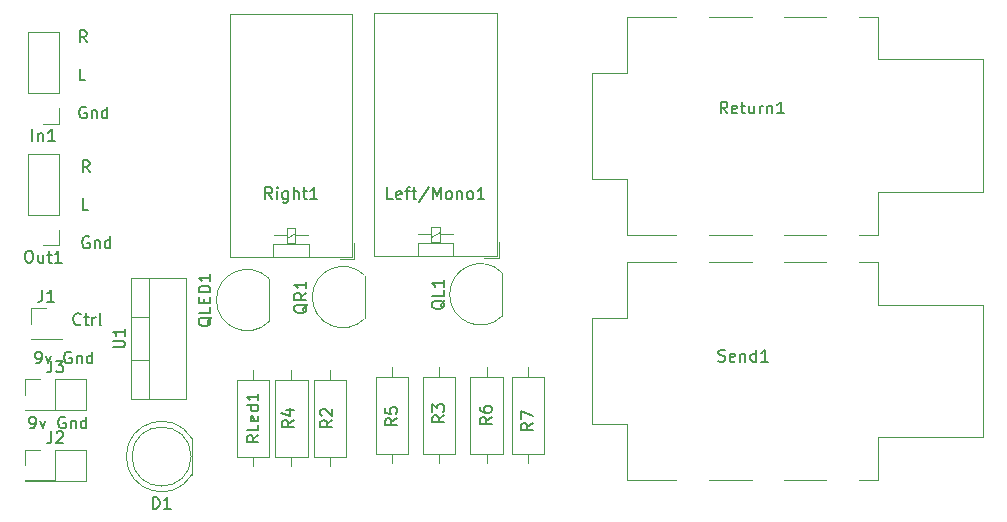
<source format=gbr>
%TF.GenerationSoftware,KiCad,Pcbnew,7.0.9*%
%TF.CreationDate,2023-12-28T11:44:19-05:00*%
%TF.ProjectId,PedalboardMain,50656461-6c62-46f6-9172-644d61696e2e,rev?*%
%TF.SameCoordinates,Original*%
%TF.FileFunction,Legend,Top*%
%TF.FilePolarity,Positive*%
%FSLAX46Y46*%
G04 Gerber Fmt 4.6, Leading zero omitted, Abs format (unit mm)*
G04 Created by KiCad (PCBNEW 7.0.9) date 2023-12-28 11:44:19*
%MOMM*%
%LPD*%
G01*
G04 APERTURE LIST*
%ADD10C,0.150000*%
%ADD11C,0.120000*%
G04 APERTURE END LIST*
D10*
X113884398Y-108619819D02*
X114074874Y-108619819D01*
X114074874Y-108619819D02*
X114170112Y-108572200D01*
X114170112Y-108572200D02*
X114217731Y-108524580D01*
X114217731Y-108524580D02*
X114312969Y-108381723D01*
X114312969Y-108381723D02*
X114360588Y-108191247D01*
X114360588Y-108191247D02*
X114360588Y-107810295D01*
X114360588Y-107810295D02*
X114312969Y-107715057D01*
X114312969Y-107715057D02*
X114265350Y-107667438D01*
X114265350Y-107667438D02*
X114170112Y-107619819D01*
X114170112Y-107619819D02*
X113979636Y-107619819D01*
X113979636Y-107619819D02*
X113884398Y-107667438D01*
X113884398Y-107667438D02*
X113836779Y-107715057D01*
X113836779Y-107715057D02*
X113789160Y-107810295D01*
X113789160Y-107810295D02*
X113789160Y-108048390D01*
X113789160Y-108048390D02*
X113836779Y-108143628D01*
X113836779Y-108143628D02*
X113884398Y-108191247D01*
X113884398Y-108191247D02*
X113979636Y-108238866D01*
X113979636Y-108238866D02*
X114170112Y-108238866D01*
X114170112Y-108238866D02*
X114265350Y-108191247D01*
X114265350Y-108191247D02*
X114312969Y-108143628D01*
X114312969Y-108143628D02*
X114360588Y-108048390D01*
X114693922Y-107953152D02*
X114932017Y-108619819D01*
X114932017Y-108619819D02*
X115170112Y-107953152D01*
X116836779Y-107667438D02*
X116741541Y-107619819D01*
X116741541Y-107619819D02*
X116598684Y-107619819D01*
X116598684Y-107619819D02*
X116455827Y-107667438D01*
X116455827Y-107667438D02*
X116360589Y-107762676D01*
X116360589Y-107762676D02*
X116312970Y-107857914D01*
X116312970Y-107857914D02*
X116265351Y-108048390D01*
X116265351Y-108048390D02*
X116265351Y-108191247D01*
X116265351Y-108191247D02*
X116312970Y-108381723D01*
X116312970Y-108381723D02*
X116360589Y-108476961D01*
X116360589Y-108476961D02*
X116455827Y-108572200D01*
X116455827Y-108572200D02*
X116598684Y-108619819D01*
X116598684Y-108619819D02*
X116693922Y-108619819D01*
X116693922Y-108619819D02*
X116836779Y-108572200D01*
X116836779Y-108572200D02*
X116884398Y-108524580D01*
X116884398Y-108524580D02*
X116884398Y-108191247D01*
X116884398Y-108191247D02*
X116693922Y-108191247D01*
X117312970Y-107953152D02*
X117312970Y-108619819D01*
X117312970Y-108048390D02*
X117360589Y-108000771D01*
X117360589Y-108000771D02*
X117455827Y-107953152D01*
X117455827Y-107953152D02*
X117598684Y-107953152D01*
X117598684Y-107953152D02*
X117693922Y-108000771D01*
X117693922Y-108000771D02*
X117741541Y-108096009D01*
X117741541Y-108096009D02*
X117741541Y-108619819D01*
X118646303Y-108619819D02*
X118646303Y-107619819D01*
X118646303Y-108572200D02*
X118551065Y-108619819D01*
X118551065Y-108619819D02*
X118360589Y-108619819D01*
X118360589Y-108619819D02*
X118265351Y-108572200D01*
X118265351Y-108572200D02*
X118217732Y-108524580D01*
X118217732Y-108524580D02*
X118170113Y-108429342D01*
X118170113Y-108429342D02*
X118170113Y-108143628D01*
X118170113Y-108143628D02*
X118217732Y-108048390D01*
X118217732Y-108048390D02*
X118265351Y-108000771D01*
X118265351Y-108000771D02*
X118360589Y-107953152D01*
X118360589Y-107953152D02*
X118551065Y-107953152D01*
X118551065Y-107953152D02*
X118646303Y-108000771D01*
X118158207Y-81429819D02*
X117824874Y-80953628D01*
X117586779Y-81429819D02*
X117586779Y-80429819D01*
X117586779Y-80429819D02*
X117967731Y-80429819D01*
X117967731Y-80429819D02*
X118062969Y-80477438D01*
X118062969Y-80477438D02*
X118110588Y-80525057D01*
X118110588Y-80525057D02*
X118158207Y-80620295D01*
X118158207Y-80620295D02*
X118158207Y-80763152D01*
X118158207Y-80763152D02*
X118110588Y-80858390D01*
X118110588Y-80858390D02*
X118062969Y-80906009D01*
X118062969Y-80906009D02*
X117967731Y-80953628D01*
X117967731Y-80953628D02*
X117586779Y-80953628D01*
X118062969Y-84649819D02*
X117586779Y-84649819D01*
X117586779Y-84649819D02*
X117586779Y-83649819D01*
X118110588Y-86917438D02*
X118015350Y-86869819D01*
X118015350Y-86869819D02*
X117872493Y-86869819D01*
X117872493Y-86869819D02*
X117729636Y-86917438D01*
X117729636Y-86917438D02*
X117634398Y-87012676D01*
X117634398Y-87012676D02*
X117586779Y-87107914D01*
X117586779Y-87107914D02*
X117539160Y-87298390D01*
X117539160Y-87298390D02*
X117539160Y-87441247D01*
X117539160Y-87441247D02*
X117586779Y-87631723D01*
X117586779Y-87631723D02*
X117634398Y-87726961D01*
X117634398Y-87726961D02*
X117729636Y-87822200D01*
X117729636Y-87822200D02*
X117872493Y-87869819D01*
X117872493Y-87869819D02*
X117967731Y-87869819D01*
X117967731Y-87869819D02*
X118110588Y-87822200D01*
X118110588Y-87822200D02*
X118158207Y-87774580D01*
X118158207Y-87774580D02*
X118158207Y-87441247D01*
X118158207Y-87441247D02*
X117967731Y-87441247D01*
X118586779Y-87203152D02*
X118586779Y-87869819D01*
X118586779Y-87298390D02*
X118634398Y-87250771D01*
X118634398Y-87250771D02*
X118729636Y-87203152D01*
X118729636Y-87203152D02*
X118872493Y-87203152D01*
X118872493Y-87203152D02*
X118967731Y-87250771D01*
X118967731Y-87250771D02*
X119015350Y-87346009D01*
X119015350Y-87346009D02*
X119015350Y-87869819D01*
X119920112Y-87869819D02*
X119920112Y-86869819D01*
X119920112Y-87822200D02*
X119824874Y-87869819D01*
X119824874Y-87869819D02*
X119634398Y-87869819D01*
X119634398Y-87869819D02*
X119539160Y-87822200D01*
X119539160Y-87822200D02*
X119491541Y-87774580D01*
X119491541Y-87774580D02*
X119443922Y-87679342D01*
X119443922Y-87679342D02*
X119443922Y-87393628D01*
X119443922Y-87393628D02*
X119491541Y-87298390D01*
X119491541Y-87298390D02*
X119539160Y-87250771D01*
X119539160Y-87250771D02*
X119634398Y-87203152D01*
X119634398Y-87203152D02*
X119824874Y-87203152D01*
X119824874Y-87203152D02*
X119920112Y-87250771D01*
X113384398Y-114119819D02*
X113574874Y-114119819D01*
X113574874Y-114119819D02*
X113670112Y-114072200D01*
X113670112Y-114072200D02*
X113717731Y-114024580D01*
X113717731Y-114024580D02*
X113812969Y-113881723D01*
X113812969Y-113881723D02*
X113860588Y-113691247D01*
X113860588Y-113691247D02*
X113860588Y-113310295D01*
X113860588Y-113310295D02*
X113812969Y-113215057D01*
X113812969Y-113215057D02*
X113765350Y-113167438D01*
X113765350Y-113167438D02*
X113670112Y-113119819D01*
X113670112Y-113119819D02*
X113479636Y-113119819D01*
X113479636Y-113119819D02*
X113384398Y-113167438D01*
X113384398Y-113167438D02*
X113336779Y-113215057D01*
X113336779Y-113215057D02*
X113289160Y-113310295D01*
X113289160Y-113310295D02*
X113289160Y-113548390D01*
X113289160Y-113548390D02*
X113336779Y-113643628D01*
X113336779Y-113643628D02*
X113384398Y-113691247D01*
X113384398Y-113691247D02*
X113479636Y-113738866D01*
X113479636Y-113738866D02*
X113670112Y-113738866D01*
X113670112Y-113738866D02*
X113765350Y-113691247D01*
X113765350Y-113691247D02*
X113812969Y-113643628D01*
X113812969Y-113643628D02*
X113860588Y-113548390D01*
X114193922Y-113453152D02*
X114432017Y-114119819D01*
X114432017Y-114119819D02*
X114670112Y-113453152D01*
X116336779Y-113167438D02*
X116241541Y-113119819D01*
X116241541Y-113119819D02*
X116098684Y-113119819D01*
X116098684Y-113119819D02*
X115955827Y-113167438D01*
X115955827Y-113167438D02*
X115860589Y-113262676D01*
X115860589Y-113262676D02*
X115812970Y-113357914D01*
X115812970Y-113357914D02*
X115765351Y-113548390D01*
X115765351Y-113548390D02*
X115765351Y-113691247D01*
X115765351Y-113691247D02*
X115812970Y-113881723D01*
X115812970Y-113881723D02*
X115860589Y-113976961D01*
X115860589Y-113976961D02*
X115955827Y-114072200D01*
X115955827Y-114072200D02*
X116098684Y-114119819D01*
X116098684Y-114119819D02*
X116193922Y-114119819D01*
X116193922Y-114119819D02*
X116336779Y-114072200D01*
X116336779Y-114072200D02*
X116384398Y-114024580D01*
X116384398Y-114024580D02*
X116384398Y-113691247D01*
X116384398Y-113691247D02*
X116193922Y-113691247D01*
X116812970Y-113453152D02*
X116812970Y-114119819D01*
X116812970Y-113548390D02*
X116860589Y-113500771D01*
X116860589Y-113500771D02*
X116955827Y-113453152D01*
X116955827Y-113453152D02*
X117098684Y-113453152D01*
X117098684Y-113453152D02*
X117193922Y-113500771D01*
X117193922Y-113500771D02*
X117241541Y-113596009D01*
X117241541Y-113596009D02*
X117241541Y-114119819D01*
X118146303Y-114119819D02*
X118146303Y-113119819D01*
X118146303Y-114072200D02*
X118051065Y-114119819D01*
X118051065Y-114119819D02*
X117860589Y-114119819D01*
X117860589Y-114119819D02*
X117765351Y-114072200D01*
X117765351Y-114072200D02*
X117717732Y-114024580D01*
X117717732Y-114024580D02*
X117670113Y-113929342D01*
X117670113Y-113929342D02*
X117670113Y-113643628D01*
X117670113Y-113643628D02*
X117717732Y-113548390D01*
X117717732Y-113548390D02*
X117765351Y-113500771D01*
X117765351Y-113500771D02*
X117860589Y-113453152D01*
X117860589Y-113453152D02*
X118051065Y-113453152D01*
X118051065Y-113453152D02*
X118146303Y-113500771D01*
X117658207Y-105274580D02*
X117610588Y-105322200D01*
X117610588Y-105322200D02*
X117467731Y-105369819D01*
X117467731Y-105369819D02*
X117372493Y-105369819D01*
X117372493Y-105369819D02*
X117229636Y-105322200D01*
X117229636Y-105322200D02*
X117134398Y-105226961D01*
X117134398Y-105226961D02*
X117086779Y-105131723D01*
X117086779Y-105131723D02*
X117039160Y-104941247D01*
X117039160Y-104941247D02*
X117039160Y-104798390D01*
X117039160Y-104798390D02*
X117086779Y-104607914D01*
X117086779Y-104607914D02*
X117134398Y-104512676D01*
X117134398Y-104512676D02*
X117229636Y-104417438D01*
X117229636Y-104417438D02*
X117372493Y-104369819D01*
X117372493Y-104369819D02*
X117467731Y-104369819D01*
X117467731Y-104369819D02*
X117610588Y-104417438D01*
X117610588Y-104417438D02*
X117658207Y-104465057D01*
X117943922Y-104703152D02*
X118324874Y-104703152D01*
X118086779Y-104369819D02*
X118086779Y-105226961D01*
X118086779Y-105226961D02*
X118134398Y-105322200D01*
X118134398Y-105322200D02*
X118229636Y-105369819D01*
X118229636Y-105369819D02*
X118324874Y-105369819D01*
X118658208Y-105369819D02*
X118658208Y-104703152D01*
X118658208Y-104893628D02*
X118705827Y-104798390D01*
X118705827Y-104798390D02*
X118753446Y-104750771D01*
X118753446Y-104750771D02*
X118848684Y-104703152D01*
X118848684Y-104703152D02*
X118943922Y-104703152D01*
X119420113Y-105369819D02*
X119324875Y-105322200D01*
X119324875Y-105322200D02*
X119277256Y-105226961D01*
X119277256Y-105226961D02*
X119277256Y-104369819D01*
X118408207Y-92429819D02*
X118074874Y-91953628D01*
X117836779Y-92429819D02*
X117836779Y-91429819D01*
X117836779Y-91429819D02*
X118217731Y-91429819D01*
X118217731Y-91429819D02*
X118312969Y-91477438D01*
X118312969Y-91477438D02*
X118360588Y-91525057D01*
X118360588Y-91525057D02*
X118408207Y-91620295D01*
X118408207Y-91620295D02*
X118408207Y-91763152D01*
X118408207Y-91763152D02*
X118360588Y-91858390D01*
X118360588Y-91858390D02*
X118312969Y-91906009D01*
X118312969Y-91906009D02*
X118217731Y-91953628D01*
X118217731Y-91953628D02*
X117836779Y-91953628D01*
X118312969Y-95649819D02*
X117836779Y-95649819D01*
X117836779Y-95649819D02*
X117836779Y-94649819D01*
X118360588Y-97917438D02*
X118265350Y-97869819D01*
X118265350Y-97869819D02*
X118122493Y-97869819D01*
X118122493Y-97869819D02*
X117979636Y-97917438D01*
X117979636Y-97917438D02*
X117884398Y-98012676D01*
X117884398Y-98012676D02*
X117836779Y-98107914D01*
X117836779Y-98107914D02*
X117789160Y-98298390D01*
X117789160Y-98298390D02*
X117789160Y-98441247D01*
X117789160Y-98441247D02*
X117836779Y-98631723D01*
X117836779Y-98631723D02*
X117884398Y-98726961D01*
X117884398Y-98726961D02*
X117979636Y-98822200D01*
X117979636Y-98822200D02*
X118122493Y-98869819D01*
X118122493Y-98869819D02*
X118217731Y-98869819D01*
X118217731Y-98869819D02*
X118360588Y-98822200D01*
X118360588Y-98822200D02*
X118408207Y-98774580D01*
X118408207Y-98774580D02*
X118408207Y-98441247D01*
X118408207Y-98441247D02*
X118217731Y-98441247D01*
X118836779Y-98203152D02*
X118836779Y-98869819D01*
X118836779Y-98298390D02*
X118884398Y-98250771D01*
X118884398Y-98250771D02*
X118979636Y-98203152D01*
X118979636Y-98203152D02*
X119122493Y-98203152D01*
X119122493Y-98203152D02*
X119217731Y-98250771D01*
X119217731Y-98250771D02*
X119265350Y-98346009D01*
X119265350Y-98346009D02*
X119265350Y-98869819D01*
X120170112Y-98869819D02*
X120170112Y-97869819D01*
X120170112Y-98822200D02*
X120074874Y-98869819D01*
X120074874Y-98869819D02*
X119884398Y-98869819D01*
X119884398Y-98869819D02*
X119789160Y-98822200D01*
X119789160Y-98822200D02*
X119741541Y-98774580D01*
X119741541Y-98774580D02*
X119693922Y-98679342D01*
X119693922Y-98679342D02*
X119693922Y-98393628D01*
X119693922Y-98393628D02*
X119741541Y-98298390D01*
X119741541Y-98298390D02*
X119789160Y-98250771D01*
X119789160Y-98250771D02*
X119884398Y-98203152D01*
X119884398Y-98203152D02*
X120074874Y-98203152D01*
X120074874Y-98203152D02*
X120170112Y-98250771D01*
X171654762Y-108407200D02*
X171797619Y-108454819D01*
X171797619Y-108454819D02*
X172035714Y-108454819D01*
X172035714Y-108454819D02*
X172130952Y-108407200D01*
X172130952Y-108407200D02*
X172178571Y-108359580D01*
X172178571Y-108359580D02*
X172226190Y-108264342D01*
X172226190Y-108264342D02*
X172226190Y-108169104D01*
X172226190Y-108169104D02*
X172178571Y-108073866D01*
X172178571Y-108073866D02*
X172130952Y-108026247D01*
X172130952Y-108026247D02*
X172035714Y-107978628D01*
X172035714Y-107978628D02*
X171845238Y-107931009D01*
X171845238Y-107931009D02*
X171750000Y-107883390D01*
X171750000Y-107883390D02*
X171702381Y-107835771D01*
X171702381Y-107835771D02*
X171654762Y-107740533D01*
X171654762Y-107740533D02*
X171654762Y-107645295D01*
X171654762Y-107645295D02*
X171702381Y-107550057D01*
X171702381Y-107550057D02*
X171750000Y-107502438D01*
X171750000Y-107502438D02*
X171845238Y-107454819D01*
X171845238Y-107454819D02*
X172083333Y-107454819D01*
X172083333Y-107454819D02*
X172226190Y-107502438D01*
X173035714Y-108407200D02*
X172940476Y-108454819D01*
X172940476Y-108454819D02*
X172750000Y-108454819D01*
X172750000Y-108454819D02*
X172654762Y-108407200D01*
X172654762Y-108407200D02*
X172607143Y-108311961D01*
X172607143Y-108311961D02*
X172607143Y-107931009D01*
X172607143Y-107931009D02*
X172654762Y-107835771D01*
X172654762Y-107835771D02*
X172750000Y-107788152D01*
X172750000Y-107788152D02*
X172940476Y-107788152D01*
X172940476Y-107788152D02*
X173035714Y-107835771D01*
X173035714Y-107835771D02*
X173083333Y-107931009D01*
X173083333Y-107931009D02*
X173083333Y-108026247D01*
X173083333Y-108026247D02*
X172607143Y-108121485D01*
X173511905Y-107788152D02*
X173511905Y-108454819D01*
X173511905Y-107883390D02*
X173559524Y-107835771D01*
X173559524Y-107835771D02*
X173654762Y-107788152D01*
X173654762Y-107788152D02*
X173797619Y-107788152D01*
X173797619Y-107788152D02*
X173892857Y-107835771D01*
X173892857Y-107835771D02*
X173940476Y-107931009D01*
X173940476Y-107931009D02*
X173940476Y-108454819D01*
X174845238Y-108454819D02*
X174845238Y-107454819D01*
X174845238Y-108407200D02*
X174750000Y-108454819D01*
X174750000Y-108454819D02*
X174559524Y-108454819D01*
X174559524Y-108454819D02*
X174464286Y-108407200D01*
X174464286Y-108407200D02*
X174416667Y-108359580D01*
X174416667Y-108359580D02*
X174369048Y-108264342D01*
X174369048Y-108264342D02*
X174369048Y-107978628D01*
X174369048Y-107978628D02*
X174416667Y-107883390D01*
X174416667Y-107883390D02*
X174464286Y-107835771D01*
X174464286Y-107835771D02*
X174559524Y-107788152D01*
X174559524Y-107788152D02*
X174750000Y-107788152D01*
X174750000Y-107788152D02*
X174845238Y-107835771D01*
X175845238Y-108454819D02*
X175273810Y-108454819D01*
X175559524Y-108454819D02*
X175559524Y-107454819D01*
X175559524Y-107454819D02*
X175464286Y-107597676D01*
X175464286Y-107597676D02*
X175369048Y-107692914D01*
X175369048Y-107692914D02*
X175273810Y-107740533D01*
X172404761Y-87454819D02*
X172071428Y-86978628D01*
X171833333Y-87454819D02*
X171833333Y-86454819D01*
X171833333Y-86454819D02*
X172214285Y-86454819D01*
X172214285Y-86454819D02*
X172309523Y-86502438D01*
X172309523Y-86502438D02*
X172357142Y-86550057D01*
X172357142Y-86550057D02*
X172404761Y-86645295D01*
X172404761Y-86645295D02*
X172404761Y-86788152D01*
X172404761Y-86788152D02*
X172357142Y-86883390D01*
X172357142Y-86883390D02*
X172309523Y-86931009D01*
X172309523Y-86931009D02*
X172214285Y-86978628D01*
X172214285Y-86978628D02*
X171833333Y-86978628D01*
X173214285Y-87407200D02*
X173119047Y-87454819D01*
X173119047Y-87454819D02*
X172928571Y-87454819D01*
X172928571Y-87454819D02*
X172833333Y-87407200D01*
X172833333Y-87407200D02*
X172785714Y-87311961D01*
X172785714Y-87311961D02*
X172785714Y-86931009D01*
X172785714Y-86931009D02*
X172833333Y-86835771D01*
X172833333Y-86835771D02*
X172928571Y-86788152D01*
X172928571Y-86788152D02*
X173119047Y-86788152D01*
X173119047Y-86788152D02*
X173214285Y-86835771D01*
X173214285Y-86835771D02*
X173261904Y-86931009D01*
X173261904Y-86931009D02*
X173261904Y-87026247D01*
X173261904Y-87026247D02*
X172785714Y-87121485D01*
X173547619Y-86788152D02*
X173928571Y-86788152D01*
X173690476Y-86454819D02*
X173690476Y-87311961D01*
X173690476Y-87311961D02*
X173738095Y-87407200D01*
X173738095Y-87407200D02*
X173833333Y-87454819D01*
X173833333Y-87454819D02*
X173928571Y-87454819D01*
X174690476Y-86788152D02*
X174690476Y-87454819D01*
X174261905Y-86788152D02*
X174261905Y-87311961D01*
X174261905Y-87311961D02*
X174309524Y-87407200D01*
X174309524Y-87407200D02*
X174404762Y-87454819D01*
X174404762Y-87454819D02*
X174547619Y-87454819D01*
X174547619Y-87454819D02*
X174642857Y-87407200D01*
X174642857Y-87407200D02*
X174690476Y-87359580D01*
X175166667Y-87454819D02*
X175166667Y-86788152D01*
X175166667Y-86978628D02*
X175214286Y-86883390D01*
X175214286Y-86883390D02*
X175261905Y-86835771D01*
X175261905Y-86835771D02*
X175357143Y-86788152D01*
X175357143Y-86788152D02*
X175452381Y-86788152D01*
X175785715Y-86788152D02*
X175785715Y-87454819D01*
X175785715Y-86883390D02*
X175833334Y-86835771D01*
X175833334Y-86835771D02*
X175928572Y-86788152D01*
X175928572Y-86788152D02*
X176071429Y-86788152D01*
X176071429Y-86788152D02*
X176166667Y-86835771D01*
X176166667Y-86835771D02*
X176214286Y-86931009D01*
X176214286Y-86931009D02*
X176214286Y-87454819D01*
X177214286Y-87454819D02*
X176642858Y-87454819D01*
X176928572Y-87454819D02*
X176928572Y-86454819D01*
X176928572Y-86454819D02*
X176833334Y-86597676D01*
X176833334Y-86597676D02*
X176738096Y-86692914D01*
X176738096Y-86692914D02*
X176642858Y-86740533D01*
X155954819Y-113666666D02*
X155478628Y-113999999D01*
X155954819Y-114238094D02*
X154954819Y-114238094D01*
X154954819Y-114238094D02*
X154954819Y-113857142D01*
X154954819Y-113857142D02*
X155002438Y-113761904D01*
X155002438Y-113761904D02*
X155050057Y-113714285D01*
X155050057Y-113714285D02*
X155145295Y-113666666D01*
X155145295Y-113666666D02*
X155288152Y-113666666D01*
X155288152Y-113666666D02*
X155383390Y-113714285D01*
X155383390Y-113714285D02*
X155431009Y-113761904D01*
X155431009Y-113761904D02*
X155478628Y-113857142D01*
X155478628Y-113857142D02*
X155478628Y-114238094D01*
X154954819Y-113333332D02*
X154954819Y-112666666D01*
X154954819Y-112666666D02*
X155954819Y-113095237D01*
X148490057Y-103270000D02*
X148442438Y-103365238D01*
X148442438Y-103365238D02*
X148347200Y-103460476D01*
X148347200Y-103460476D02*
X148204342Y-103603333D01*
X148204342Y-103603333D02*
X148156723Y-103698571D01*
X148156723Y-103698571D02*
X148156723Y-103793809D01*
X148394819Y-103746190D02*
X148347200Y-103841428D01*
X148347200Y-103841428D02*
X148251961Y-103936666D01*
X148251961Y-103936666D02*
X148061485Y-103984285D01*
X148061485Y-103984285D02*
X147728152Y-103984285D01*
X147728152Y-103984285D02*
X147537676Y-103936666D01*
X147537676Y-103936666D02*
X147442438Y-103841428D01*
X147442438Y-103841428D02*
X147394819Y-103746190D01*
X147394819Y-103746190D02*
X147394819Y-103555714D01*
X147394819Y-103555714D02*
X147442438Y-103460476D01*
X147442438Y-103460476D02*
X147537676Y-103365238D01*
X147537676Y-103365238D02*
X147728152Y-103317619D01*
X147728152Y-103317619D02*
X148061485Y-103317619D01*
X148061485Y-103317619D02*
X148251961Y-103365238D01*
X148251961Y-103365238D02*
X148347200Y-103460476D01*
X148347200Y-103460476D02*
X148394819Y-103555714D01*
X148394819Y-103555714D02*
X148394819Y-103746190D01*
X148394819Y-102412857D02*
X148394819Y-102889047D01*
X148394819Y-102889047D02*
X147394819Y-102889047D01*
X148394819Y-101555714D02*
X148394819Y-102127142D01*
X148394819Y-101841428D02*
X147394819Y-101841428D01*
X147394819Y-101841428D02*
X147537676Y-101936666D01*
X147537676Y-101936666D02*
X147632914Y-102031904D01*
X147632914Y-102031904D02*
X147680533Y-102127142D01*
X135704819Y-113416666D02*
X135228628Y-113749999D01*
X135704819Y-113988094D02*
X134704819Y-113988094D01*
X134704819Y-113988094D02*
X134704819Y-113607142D01*
X134704819Y-113607142D02*
X134752438Y-113511904D01*
X134752438Y-113511904D02*
X134800057Y-113464285D01*
X134800057Y-113464285D02*
X134895295Y-113416666D01*
X134895295Y-113416666D02*
X135038152Y-113416666D01*
X135038152Y-113416666D02*
X135133390Y-113464285D01*
X135133390Y-113464285D02*
X135181009Y-113511904D01*
X135181009Y-113511904D02*
X135228628Y-113607142D01*
X135228628Y-113607142D02*
X135228628Y-113988094D01*
X135038152Y-112559523D02*
X135704819Y-112559523D01*
X134657200Y-112797618D02*
X135371485Y-113035713D01*
X135371485Y-113035713D02*
X135371485Y-112416666D01*
X144434819Y-113276666D02*
X143958628Y-113609999D01*
X144434819Y-113848094D02*
X143434819Y-113848094D01*
X143434819Y-113848094D02*
X143434819Y-113467142D01*
X143434819Y-113467142D02*
X143482438Y-113371904D01*
X143482438Y-113371904D02*
X143530057Y-113324285D01*
X143530057Y-113324285D02*
X143625295Y-113276666D01*
X143625295Y-113276666D02*
X143768152Y-113276666D01*
X143768152Y-113276666D02*
X143863390Y-113324285D01*
X143863390Y-113324285D02*
X143911009Y-113371904D01*
X143911009Y-113371904D02*
X143958628Y-113467142D01*
X143958628Y-113467142D02*
X143958628Y-113848094D01*
X143434819Y-112371904D02*
X143434819Y-112848094D01*
X143434819Y-112848094D02*
X143911009Y-112895713D01*
X143911009Y-112895713D02*
X143863390Y-112848094D01*
X143863390Y-112848094D02*
X143815771Y-112752856D01*
X143815771Y-112752856D02*
X143815771Y-112514761D01*
X143815771Y-112514761D02*
X143863390Y-112419523D01*
X143863390Y-112419523D02*
X143911009Y-112371904D01*
X143911009Y-112371904D02*
X144006247Y-112324285D01*
X144006247Y-112324285D02*
X144244342Y-112324285D01*
X144244342Y-112324285D02*
X144339580Y-112371904D01*
X144339580Y-112371904D02*
X144387200Y-112419523D01*
X144387200Y-112419523D02*
X144434819Y-112514761D01*
X144434819Y-112514761D02*
X144434819Y-112752856D01*
X144434819Y-112752856D02*
X144387200Y-112848094D01*
X144387200Y-112848094D02*
X144339580Y-112895713D01*
X123766905Y-120914819D02*
X123766905Y-119914819D01*
X123766905Y-119914819D02*
X124005000Y-119914819D01*
X124005000Y-119914819D02*
X124147857Y-119962438D01*
X124147857Y-119962438D02*
X124243095Y-120057676D01*
X124243095Y-120057676D02*
X124290714Y-120152914D01*
X124290714Y-120152914D02*
X124338333Y-120343390D01*
X124338333Y-120343390D02*
X124338333Y-120486247D01*
X124338333Y-120486247D02*
X124290714Y-120676723D01*
X124290714Y-120676723D02*
X124243095Y-120771961D01*
X124243095Y-120771961D02*
X124147857Y-120867200D01*
X124147857Y-120867200D02*
X124005000Y-120914819D01*
X124005000Y-120914819D02*
X123766905Y-120914819D01*
X125290714Y-120914819D02*
X124719286Y-120914819D01*
X125005000Y-120914819D02*
X125005000Y-119914819D01*
X125005000Y-119914819D02*
X124909762Y-120057676D01*
X124909762Y-120057676D02*
X124814524Y-120152914D01*
X124814524Y-120152914D02*
X124719286Y-120200533D01*
X136850057Y-103595238D02*
X136802438Y-103690476D01*
X136802438Y-103690476D02*
X136707200Y-103785714D01*
X136707200Y-103785714D02*
X136564342Y-103928571D01*
X136564342Y-103928571D02*
X136516723Y-104023809D01*
X136516723Y-104023809D02*
X136516723Y-104119047D01*
X136754819Y-104071428D02*
X136707200Y-104166666D01*
X136707200Y-104166666D02*
X136611961Y-104261904D01*
X136611961Y-104261904D02*
X136421485Y-104309523D01*
X136421485Y-104309523D02*
X136088152Y-104309523D01*
X136088152Y-104309523D02*
X135897676Y-104261904D01*
X135897676Y-104261904D02*
X135802438Y-104166666D01*
X135802438Y-104166666D02*
X135754819Y-104071428D01*
X135754819Y-104071428D02*
X135754819Y-103880952D01*
X135754819Y-103880952D02*
X135802438Y-103785714D01*
X135802438Y-103785714D02*
X135897676Y-103690476D01*
X135897676Y-103690476D02*
X136088152Y-103642857D01*
X136088152Y-103642857D02*
X136421485Y-103642857D01*
X136421485Y-103642857D02*
X136611961Y-103690476D01*
X136611961Y-103690476D02*
X136707200Y-103785714D01*
X136707200Y-103785714D02*
X136754819Y-103880952D01*
X136754819Y-103880952D02*
X136754819Y-104071428D01*
X136754819Y-102642857D02*
X136278628Y-102976190D01*
X136754819Y-103214285D02*
X135754819Y-103214285D01*
X135754819Y-103214285D02*
X135754819Y-102833333D01*
X135754819Y-102833333D02*
X135802438Y-102738095D01*
X135802438Y-102738095D02*
X135850057Y-102690476D01*
X135850057Y-102690476D02*
X135945295Y-102642857D01*
X135945295Y-102642857D02*
X136088152Y-102642857D01*
X136088152Y-102642857D02*
X136183390Y-102690476D01*
X136183390Y-102690476D02*
X136231009Y-102738095D01*
X136231009Y-102738095D02*
X136278628Y-102833333D01*
X136278628Y-102833333D02*
X136278628Y-103214285D01*
X136754819Y-101690476D02*
X136754819Y-102261904D01*
X136754819Y-101976190D02*
X135754819Y-101976190D01*
X135754819Y-101976190D02*
X135897676Y-102071428D01*
X135897676Y-102071428D02*
X135992914Y-102166666D01*
X135992914Y-102166666D02*
X136040533Y-102261904D01*
X148434819Y-113026666D02*
X147958628Y-113359999D01*
X148434819Y-113598094D02*
X147434819Y-113598094D01*
X147434819Y-113598094D02*
X147434819Y-113217142D01*
X147434819Y-113217142D02*
X147482438Y-113121904D01*
X147482438Y-113121904D02*
X147530057Y-113074285D01*
X147530057Y-113074285D02*
X147625295Y-113026666D01*
X147625295Y-113026666D02*
X147768152Y-113026666D01*
X147768152Y-113026666D02*
X147863390Y-113074285D01*
X147863390Y-113074285D02*
X147911009Y-113121904D01*
X147911009Y-113121904D02*
X147958628Y-113217142D01*
X147958628Y-113217142D02*
X147958628Y-113598094D01*
X147434819Y-112693332D02*
X147434819Y-112074285D01*
X147434819Y-112074285D02*
X147815771Y-112407618D01*
X147815771Y-112407618D02*
X147815771Y-112264761D01*
X147815771Y-112264761D02*
X147863390Y-112169523D01*
X147863390Y-112169523D02*
X147911009Y-112121904D01*
X147911009Y-112121904D02*
X148006247Y-112074285D01*
X148006247Y-112074285D02*
X148244342Y-112074285D01*
X148244342Y-112074285D02*
X148339580Y-112121904D01*
X148339580Y-112121904D02*
X148387200Y-112169523D01*
X148387200Y-112169523D02*
X148434819Y-112264761D01*
X148434819Y-112264761D02*
X148434819Y-112550475D01*
X148434819Y-112550475D02*
X148387200Y-112645713D01*
X148387200Y-112645713D02*
X148339580Y-112693332D01*
X115186666Y-108374819D02*
X115186666Y-109089104D01*
X115186666Y-109089104D02*
X115139047Y-109231961D01*
X115139047Y-109231961D02*
X115043809Y-109327200D01*
X115043809Y-109327200D02*
X114900952Y-109374819D01*
X114900952Y-109374819D02*
X114805714Y-109374819D01*
X115567619Y-108374819D02*
X116186666Y-108374819D01*
X116186666Y-108374819D02*
X115853333Y-108755771D01*
X115853333Y-108755771D02*
X115996190Y-108755771D01*
X115996190Y-108755771D02*
X116091428Y-108803390D01*
X116091428Y-108803390D02*
X116139047Y-108851009D01*
X116139047Y-108851009D02*
X116186666Y-108946247D01*
X116186666Y-108946247D02*
X116186666Y-109184342D01*
X116186666Y-109184342D02*
X116139047Y-109279580D01*
X116139047Y-109279580D02*
X116091428Y-109327200D01*
X116091428Y-109327200D02*
X115996190Y-109374819D01*
X115996190Y-109374819D02*
X115710476Y-109374819D01*
X115710476Y-109374819D02*
X115615238Y-109327200D01*
X115615238Y-109327200D02*
X115567619Y-109279580D01*
X128740057Y-104702381D02*
X128692438Y-104797619D01*
X128692438Y-104797619D02*
X128597200Y-104892857D01*
X128597200Y-104892857D02*
X128454342Y-105035714D01*
X128454342Y-105035714D02*
X128406723Y-105130952D01*
X128406723Y-105130952D02*
X128406723Y-105226190D01*
X128644819Y-105178571D02*
X128597200Y-105273809D01*
X128597200Y-105273809D02*
X128501961Y-105369047D01*
X128501961Y-105369047D02*
X128311485Y-105416666D01*
X128311485Y-105416666D02*
X127978152Y-105416666D01*
X127978152Y-105416666D02*
X127787676Y-105369047D01*
X127787676Y-105369047D02*
X127692438Y-105273809D01*
X127692438Y-105273809D02*
X127644819Y-105178571D01*
X127644819Y-105178571D02*
X127644819Y-104988095D01*
X127644819Y-104988095D02*
X127692438Y-104892857D01*
X127692438Y-104892857D02*
X127787676Y-104797619D01*
X127787676Y-104797619D02*
X127978152Y-104750000D01*
X127978152Y-104750000D02*
X128311485Y-104750000D01*
X128311485Y-104750000D02*
X128501961Y-104797619D01*
X128501961Y-104797619D02*
X128597200Y-104892857D01*
X128597200Y-104892857D02*
X128644819Y-104988095D01*
X128644819Y-104988095D02*
X128644819Y-105178571D01*
X128644819Y-103845238D02*
X128644819Y-104321428D01*
X128644819Y-104321428D02*
X127644819Y-104321428D01*
X128121009Y-103511904D02*
X128121009Y-103178571D01*
X128644819Y-103035714D02*
X128644819Y-103511904D01*
X128644819Y-103511904D02*
X127644819Y-103511904D01*
X127644819Y-103511904D02*
X127644819Y-103035714D01*
X128644819Y-102607142D02*
X127644819Y-102607142D01*
X127644819Y-102607142D02*
X127644819Y-102369047D01*
X127644819Y-102369047D02*
X127692438Y-102226190D01*
X127692438Y-102226190D02*
X127787676Y-102130952D01*
X127787676Y-102130952D02*
X127882914Y-102083333D01*
X127882914Y-102083333D02*
X128073390Y-102035714D01*
X128073390Y-102035714D02*
X128216247Y-102035714D01*
X128216247Y-102035714D02*
X128406723Y-102083333D01*
X128406723Y-102083333D02*
X128501961Y-102130952D01*
X128501961Y-102130952D02*
X128597200Y-102226190D01*
X128597200Y-102226190D02*
X128644819Y-102369047D01*
X128644819Y-102369047D02*
X128644819Y-102607142D01*
X128644819Y-101083333D02*
X128644819Y-101654761D01*
X128644819Y-101369047D02*
X127644819Y-101369047D01*
X127644819Y-101369047D02*
X127787676Y-101464285D01*
X127787676Y-101464285D02*
X127882914Y-101559523D01*
X127882914Y-101559523D02*
X127930533Y-101654761D01*
X133869761Y-94704819D02*
X133536428Y-94228628D01*
X133298333Y-94704819D02*
X133298333Y-93704819D01*
X133298333Y-93704819D02*
X133679285Y-93704819D01*
X133679285Y-93704819D02*
X133774523Y-93752438D01*
X133774523Y-93752438D02*
X133822142Y-93800057D01*
X133822142Y-93800057D02*
X133869761Y-93895295D01*
X133869761Y-93895295D02*
X133869761Y-94038152D01*
X133869761Y-94038152D02*
X133822142Y-94133390D01*
X133822142Y-94133390D02*
X133774523Y-94181009D01*
X133774523Y-94181009D02*
X133679285Y-94228628D01*
X133679285Y-94228628D02*
X133298333Y-94228628D01*
X134298333Y-94704819D02*
X134298333Y-94038152D01*
X134298333Y-93704819D02*
X134250714Y-93752438D01*
X134250714Y-93752438D02*
X134298333Y-93800057D01*
X134298333Y-93800057D02*
X134345952Y-93752438D01*
X134345952Y-93752438D02*
X134298333Y-93704819D01*
X134298333Y-93704819D02*
X134298333Y-93800057D01*
X135203094Y-94038152D02*
X135203094Y-94847676D01*
X135203094Y-94847676D02*
X135155475Y-94942914D01*
X135155475Y-94942914D02*
X135107856Y-94990533D01*
X135107856Y-94990533D02*
X135012618Y-95038152D01*
X135012618Y-95038152D02*
X134869761Y-95038152D01*
X134869761Y-95038152D02*
X134774523Y-94990533D01*
X135203094Y-94657200D02*
X135107856Y-94704819D01*
X135107856Y-94704819D02*
X134917380Y-94704819D01*
X134917380Y-94704819D02*
X134822142Y-94657200D01*
X134822142Y-94657200D02*
X134774523Y-94609580D01*
X134774523Y-94609580D02*
X134726904Y-94514342D01*
X134726904Y-94514342D02*
X134726904Y-94228628D01*
X134726904Y-94228628D02*
X134774523Y-94133390D01*
X134774523Y-94133390D02*
X134822142Y-94085771D01*
X134822142Y-94085771D02*
X134917380Y-94038152D01*
X134917380Y-94038152D02*
X135107856Y-94038152D01*
X135107856Y-94038152D02*
X135203094Y-94085771D01*
X135679285Y-94704819D02*
X135679285Y-93704819D01*
X136107856Y-94704819D02*
X136107856Y-94181009D01*
X136107856Y-94181009D02*
X136060237Y-94085771D01*
X136060237Y-94085771D02*
X135964999Y-94038152D01*
X135964999Y-94038152D02*
X135822142Y-94038152D01*
X135822142Y-94038152D02*
X135726904Y-94085771D01*
X135726904Y-94085771D02*
X135679285Y-94133390D01*
X136441190Y-94038152D02*
X136822142Y-94038152D01*
X136584047Y-93704819D02*
X136584047Y-94561961D01*
X136584047Y-94561961D02*
X136631666Y-94657200D01*
X136631666Y-94657200D02*
X136726904Y-94704819D01*
X136726904Y-94704819D02*
X136822142Y-94704819D01*
X137679285Y-94704819D02*
X137107857Y-94704819D01*
X137393571Y-94704819D02*
X137393571Y-93704819D01*
X137393571Y-93704819D02*
X137298333Y-93847676D01*
X137298333Y-93847676D02*
X137203095Y-93942914D01*
X137203095Y-93942914D02*
X137107857Y-93990533D01*
X138954819Y-113416666D02*
X138478628Y-113749999D01*
X138954819Y-113988094D02*
X137954819Y-113988094D01*
X137954819Y-113988094D02*
X137954819Y-113607142D01*
X137954819Y-113607142D02*
X138002438Y-113511904D01*
X138002438Y-113511904D02*
X138050057Y-113464285D01*
X138050057Y-113464285D02*
X138145295Y-113416666D01*
X138145295Y-113416666D02*
X138288152Y-113416666D01*
X138288152Y-113416666D02*
X138383390Y-113464285D01*
X138383390Y-113464285D02*
X138431009Y-113511904D01*
X138431009Y-113511904D02*
X138478628Y-113607142D01*
X138478628Y-113607142D02*
X138478628Y-113988094D01*
X138050057Y-113035713D02*
X138002438Y-112988094D01*
X138002438Y-112988094D02*
X137954819Y-112892856D01*
X137954819Y-112892856D02*
X137954819Y-112654761D01*
X137954819Y-112654761D02*
X138002438Y-112559523D01*
X138002438Y-112559523D02*
X138050057Y-112511904D01*
X138050057Y-112511904D02*
X138145295Y-112464285D01*
X138145295Y-112464285D02*
X138240533Y-112464285D01*
X138240533Y-112464285D02*
X138383390Y-112511904D01*
X138383390Y-112511904D02*
X138954819Y-113083332D01*
X138954819Y-113083332D02*
X138954819Y-112464285D01*
X132704819Y-114702381D02*
X132228628Y-115035714D01*
X132704819Y-115273809D02*
X131704819Y-115273809D01*
X131704819Y-115273809D02*
X131704819Y-114892857D01*
X131704819Y-114892857D02*
X131752438Y-114797619D01*
X131752438Y-114797619D02*
X131800057Y-114750000D01*
X131800057Y-114750000D02*
X131895295Y-114702381D01*
X131895295Y-114702381D02*
X132038152Y-114702381D01*
X132038152Y-114702381D02*
X132133390Y-114750000D01*
X132133390Y-114750000D02*
X132181009Y-114797619D01*
X132181009Y-114797619D02*
X132228628Y-114892857D01*
X132228628Y-114892857D02*
X132228628Y-115273809D01*
X132704819Y-113797619D02*
X132704819Y-114273809D01*
X132704819Y-114273809D02*
X131704819Y-114273809D01*
X132657200Y-113083333D02*
X132704819Y-113178571D01*
X132704819Y-113178571D02*
X132704819Y-113369047D01*
X132704819Y-113369047D02*
X132657200Y-113464285D01*
X132657200Y-113464285D02*
X132561961Y-113511904D01*
X132561961Y-113511904D02*
X132181009Y-113511904D01*
X132181009Y-113511904D02*
X132085771Y-113464285D01*
X132085771Y-113464285D02*
X132038152Y-113369047D01*
X132038152Y-113369047D02*
X132038152Y-113178571D01*
X132038152Y-113178571D02*
X132085771Y-113083333D01*
X132085771Y-113083333D02*
X132181009Y-113035714D01*
X132181009Y-113035714D02*
X132276247Y-113035714D01*
X132276247Y-113035714D02*
X132371485Y-113511904D01*
X132704819Y-112178571D02*
X131704819Y-112178571D01*
X132657200Y-112178571D02*
X132704819Y-112273809D01*
X132704819Y-112273809D02*
X132704819Y-112464285D01*
X132704819Y-112464285D02*
X132657200Y-112559523D01*
X132657200Y-112559523D02*
X132609580Y-112607142D01*
X132609580Y-112607142D02*
X132514342Y-112654761D01*
X132514342Y-112654761D02*
X132228628Y-112654761D01*
X132228628Y-112654761D02*
X132133390Y-112607142D01*
X132133390Y-112607142D02*
X132085771Y-112559523D01*
X132085771Y-112559523D02*
X132038152Y-112464285D01*
X132038152Y-112464285D02*
X132038152Y-112273809D01*
X132038152Y-112273809D02*
X132085771Y-112178571D01*
X132704819Y-111178571D02*
X132704819Y-111749999D01*
X132704819Y-111464285D02*
X131704819Y-111464285D01*
X131704819Y-111464285D02*
X131847676Y-111559523D01*
X131847676Y-111559523D02*
X131942914Y-111654761D01*
X131942914Y-111654761D02*
X131990533Y-111749999D01*
X144083451Y-94704819D02*
X143607261Y-94704819D01*
X143607261Y-94704819D02*
X143607261Y-93704819D01*
X144797737Y-94657200D02*
X144702499Y-94704819D01*
X144702499Y-94704819D02*
X144512023Y-94704819D01*
X144512023Y-94704819D02*
X144416785Y-94657200D01*
X144416785Y-94657200D02*
X144369166Y-94561961D01*
X144369166Y-94561961D02*
X144369166Y-94181009D01*
X144369166Y-94181009D02*
X144416785Y-94085771D01*
X144416785Y-94085771D02*
X144512023Y-94038152D01*
X144512023Y-94038152D02*
X144702499Y-94038152D01*
X144702499Y-94038152D02*
X144797737Y-94085771D01*
X144797737Y-94085771D02*
X144845356Y-94181009D01*
X144845356Y-94181009D02*
X144845356Y-94276247D01*
X144845356Y-94276247D02*
X144369166Y-94371485D01*
X145131071Y-94038152D02*
X145512023Y-94038152D01*
X145273928Y-94704819D02*
X145273928Y-93847676D01*
X145273928Y-93847676D02*
X145321547Y-93752438D01*
X145321547Y-93752438D02*
X145416785Y-93704819D01*
X145416785Y-93704819D02*
X145512023Y-93704819D01*
X145702500Y-94038152D02*
X146083452Y-94038152D01*
X145845357Y-93704819D02*
X145845357Y-94561961D01*
X145845357Y-94561961D02*
X145892976Y-94657200D01*
X145892976Y-94657200D02*
X145988214Y-94704819D01*
X145988214Y-94704819D02*
X146083452Y-94704819D01*
X147131071Y-93657200D02*
X146273929Y-94942914D01*
X147464405Y-94704819D02*
X147464405Y-93704819D01*
X147464405Y-93704819D02*
X147797738Y-94419104D01*
X147797738Y-94419104D02*
X148131071Y-93704819D01*
X148131071Y-93704819D02*
X148131071Y-94704819D01*
X148750119Y-94704819D02*
X148654881Y-94657200D01*
X148654881Y-94657200D02*
X148607262Y-94609580D01*
X148607262Y-94609580D02*
X148559643Y-94514342D01*
X148559643Y-94514342D02*
X148559643Y-94228628D01*
X148559643Y-94228628D02*
X148607262Y-94133390D01*
X148607262Y-94133390D02*
X148654881Y-94085771D01*
X148654881Y-94085771D02*
X148750119Y-94038152D01*
X148750119Y-94038152D02*
X148892976Y-94038152D01*
X148892976Y-94038152D02*
X148988214Y-94085771D01*
X148988214Y-94085771D02*
X149035833Y-94133390D01*
X149035833Y-94133390D02*
X149083452Y-94228628D01*
X149083452Y-94228628D02*
X149083452Y-94514342D01*
X149083452Y-94514342D02*
X149035833Y-94609580D01*
X149035833Y-94609580D02*
X148988214Y-94657200D01*
X148988214Y-94657200D02*
X148892976Y-94704819D01*
X148892976Y-94704819D02*
X148750119Y-94704819D01*
X149512024Y-94038152D02*
X149512024Y-94704819D01*
X149512024Y-94133390D02*
X149559643Y-94085771D01*
X149559643Y-94085771D02*
X149654881Y-94038152D01*
X149654881Y-94038152D02*
X149797738Y-94038152D01*
X149797738Y-94038152D02*
X149892976Y-94085771D01*
X149892976Y-94085771D02*
X149940595Y-94181009D01*
X149940595Y-94181009D02*
X149940595Y-94704819D01*
X150559643Y-94704819D02*
X150464405Y-94657200D01*
X150464405Y-94657200D02*
X150416786Y-94609580D01*
X150416786Y-94609580D02*
X150369167Y-94514342D01*
X150369167Y-94514342D02*
X150369167Y-94228628D01*
X150369167Y-94228628D02*
X150416786Y-94133390D01*
X150416786Y-94133390D02*
X150464405Y-94085771D01*
X150464405Y-94085771D02*
X150559643Y-94038152D01*
X150559643Y-94038152D02*
X150702500Y-94038152D01*
X150702500Y-94038152D02*
X150797738Y-94085771D01*
X150797738Y-94085771D02*
X150845357Y-94133390D01*
X150845357Y-94133390D02*
X150892976Y-94228628D01*
X150892976Y-94228628D02*
X150892976Y-94514342D01*
X150892976Y-94514342D02*
X150845357Y-94609580D01*
X150845357Y-94609580D02*
X150797738Y-94657200D01*
X150797738Y-94657200D02*
X150702500Y-94704819D01*
X150702500Y-94704819D02*
X150559643Y-94704819D01*
X151845357Y-94704819D02*
X151273929Y-94704819D01*
X151559643Y-94704819D02*
X151559643Y-93704819D01*
X151559643Y-93704819D02*
X151464405Y-93847676D01*
X151464405Y-93847676D02*
X151369167Y-93942914D01*
X151369167Y-93942914D02*
X151273929Y-93990533D01*
X120379819Y-107261904D02*
X121189342Y-107261904D01*
X121189342Y-107261904D02*
X121284580Y-107214285D01*
X121284580Y-107214285D02*
X121332200Y-107166666D01*
X121332200Y-107166666D02*
X121379819Y-107071428D01*
X121379819Y-107071428D02*
X121379819Y-106880952D01*
X121379819Y-106880952D02*
X121332200Y-106785714D01*
X121332200Y-106785714D02*
X121284580Y-106738095D01*
X121284580Y-106738095D02*
X121189342Y-106690476D01*
X121189342Y-106690476D02*
X120379819Y-106690476D01*
X121379819Y-105690476D02*
X121379819Y-106261904D01*
X121379819Y-105976190D02*
X120379819Y-105976190D01*
X120379819Y-105976190D02*
X120522676Y-106071428D01*
X120522676Y-106071428D02*
X120617914Y-106166666D01*
X120617914Y-106166666D02*
X120665533Y-106261904D01*
X113571429Y-89784819D02*
X113571429Y-88784819D01*
X114047619Y-89118152D02*
X114047619Y-89784819D01*
X114047619Y-89213390D02*
X114095238Y-89165771D01*
X114095238Y-89165771D02*
X114190476Y-89118152D01*
X114190476Y-89118152D02*
X114333333Y-89118152D01*
X114333333Y-89118152D02*
X114428571Y-89165771D01*
X114428571Y-89165771D02*
X114476190Y-89261009D01*
X114476190Y-89261009D02*
X114476190Y-89784819D01*
X115476190Y-89784819D02*
X114904762Y-89784819D01*
X115190476Y-89784819D02*
X115190476Y-88784819D01*
X115190476Y-88784819D02*
X115095238Y-88927676D01*
X115095238Y-88927676D02*
X115000000Y-89022914D01*
X115000000Y-89022914D02*
X114904762Y-89070533D01*
X114416666Y-102374819D02*
X114416666Y-103089104D01*
X114416666Y-103089104D02*
X114369047Y-103231961D01*
X114369047Y-103231961D02*
X114273809Y-103327200D01*
X114273809Y-103327200D02*
X114130952Y-103374819D01*
X114130952Y-103374819D02*
X114035714Y-103374819D01*
X115416666Y-103374819D02*
X114845238Y-103374819D01*
X115130952Y-103374819D02*
X115130952Y-102374819D01*
X115130952Y-102374819D02*
X115035714Y-102517676D01*
X115035714Y-102517676D02*
X114940476Y-102612914D01*
X114940476Y-102612914D02*
X114845238Y-102660533D01*
X152454819Y-113166666D02*
X151978628Y-113499999D01*
X152454819Y-113738094D02*
X151454819Y-113738094D01*
X151454819Y-113738094D02*
X151454819Y-113357142D01*
X151454819Y-113357142D02*
X151502438Y-113261904D01*
X151502438Y-113261904D02*
X151550057Y-113214285D01*
X151550057Y-113214285D02*
X151645295Y-113166666D01*
X151645295Y-113166666D02*
X151788152Y-113166666D01*
X151788152Y-113166666D02*
X151883390Y-113214285D01*
X151883390Y-113214285D02*
X151931009Y-113261904D01*
X151931009Y-113261904D02*
X151978628Y-113357142D01*
X151978628Y-113357142D02*
X151978628Y-113738094D01*
X151454819Y-112309523D02*
X151454819Y-112499999D01*
X151454819Y-112499999D02*
X151502438Y-112595237D01*
X151502438Y-112595237D02*
X151550057Y-112642856D01*
X151550057Y-112642856D02*
X151692914Y-112738094D01*
X151692914Y-112738094D02*
X151883390Y-112785713D01*
X151883390Y-112785713D02*
X152264342Y-112785713D01*
X152264342Y-112785713D02*
X152359580Y-112738094D01*
X152359580Y-112738094D02*
X152407200Y-112690475D01*
X152407200Y-112690475D02*
X152454819Y-112595237D01*
X152454819Y-112595237D02*
X152454819Y-112404761D01*
X152454819Y-112404761D02*
X152407200Y-112309523D01*
X152407200Y-112309523D02*
X152359580Y-112261904D01*
X152359580Y-112261904D02*
X152264342Y-112214285D01*
X152264342Y-112214285D02*
X152026247Y-112214285D01*
X152026247Y-112214285D02*
X151931009Y-112261904D01*
X151931009Y-112261904D02*
X151883390Y-112309523D01*
X151883390Y-112309523D02*
X151835771Y-112404761D01*
X151835771Y-112404761D02*
X151835771Y-112595237D01*
X151835771Y-112595237D02*
X151883390Y-112690475D01*
X151883390Y-112690475D02*
X151931009Y-112738094D01*
X151931009Y-112738094D02*
X152026247Y-112785713D01*
X115186666Y-114374819D02*
X115186666Y-115089104D01*
X115186666Y-115089104D02*
X115139047Y-115231961D01*
X115139047Y-115231961D02*
X115043809Y-115327200D01*
X115043809Y-115327200D02*
X114900952Y-115374819D01*
X114900952Y-115374819D02*
X114805714Y-115374819D01*
X115615238Y-114470057D02*
X115662857Y-114422438D01*
X115662857Y-114422438D02*
X115758095Y-114374819D01*
X115758095Y-114374819D02*
X115996190Y-114374819D01*
X115996190Y-114374819D02*
X116091428Y-114422438D01*
X116091428Y-114422438D02*
X116139047Y-114470057D01*
X116139047Y-114470057D02*
X116186666Y-114565295D01*
X116186666Y-114565295D02*
X116186666Y-114660533D01*
X116186666Y-114660533D02*
X116139047Y-114803390D01*
X116139047Y-114803390D02*
X115567619Y-115374819D01*
X115567619Y-115374819D02*
X116186666Y-115374819D01*
X113190476Y-99074819D02*
X113380952Y-99074819D01*
X113380952Y-99074819D02*
X113476190Y-99122438D01*
X113476190Y-99122438D02*
X113571428Y-99217676D01*
X113571428Y-99217676D02*
X113619047Y-99408152D01*
X113619047Y-99408152D02*
X113619047Y-99741485D01*
X113619047Y-99741485D02*
X113571428Y-99931961D01*
X113571428Y-99931961D02*
X113476190Y-100027200D01*
X113476190Y-100027200D02*
X113380952Y-100074819D01*
X113380952Y-100074819D02*
X113190476Y-100074819D01*
X113190476Y-100074819D02*
X113095238Y-100027200D01*
X113095238Y-100027200D02*
X113000000Y-99931961D01*
X113000000Y-99931961D02*
X112952381Y-99741485D01*
X112952381Y-99741485D02*
X112952381Y-99408152D01*
X112952381Y-99408152D02*
X113000000Y-99217676D01*
X113000000Y-99217676D02*
X113095238Y-99122438D01*
X113095238Y-99122438D02*
X113190476Y-99074819D01*
X114476190Y-99408152D02*
X114476190Y-100074819D01*
X114047619Y-99408152D02*
X114047619Y-99931961D01*
X114047619Y-99931961D02*
X114095238Y-100027200D01*
X114095238Y-100027200D02*
X114190476Y-100074819D01*
X114190476Y-100074819D02*
X114333333Y-100074819D01*
X114333333Y-100074819D02*
X114428571Y-100027200D01*
X114428571Y-100027200D02*
X114476190Y-99979580D01*
X114809524Y-99408152D02*
X115190476Y-99408152D01*
X114952381Y-99074819D02*
X114952381Y-99931961D01*
X114952381Y-99931961D02*
X115000000Y-100027200D01*
X115000000Y-100027200D02*
X115095238Y-100074819D01*
X115095238Y-100074819D02*
X115190476Y-100074819D01*
X116047619Y-100074819D02*
X115476191Y-100074819D01*
X115761905Y-100074819D02*
X115761905Y-99074819D01*
X115761905Y-99074819D02*
X115666667Y-99217676D01*
X115666667Y-99217676D02*
X115571429Y-99312914D01*
X115571429Y-99312914D02*
X115476191Y-99360533D01*
D11*
%TO.C,Send1*%
X160955000Y-104780000D02*
X163955000Y-104780000D01*
X160955000Y-113680000D02*
X160955000Y-104780000D01*
X160955000Y-113720000D02*
X163955000Y-113720000D01*
X163955000Y-100030000D02*
X168075000Y-100030000D01*
X163955000Y-104780000D02*
X163955000Y-100030000D01*
X163955000Y-118470000D02*
X163955000Y-113720000D01*
X168075000Y-118470000D02*
X163955000Y-118470000D01*
X170875000Y-100030000D02*
X174475000Y-100030000D01*
X174475000Y-118470000D02*
X170875000Y-118470000D01*
X177175000Y-100030000D02*
X180775000Y-100030000D01*
X180775000Y-118470000D02*
X177175000Y-118470000D01*
X185195000Y-100030000D02*
X183575000Y-100030000D01*
X185195000Y-103630000D02*
X185195000Y-100030000D01*
X185195000Y-103630000D02*
X194045000Y-103630000D01*
X185195000Y-114870000D02*
X194045000Y-114870000D01*
X185195000Y-118470000D02*
X183575000Y-118470000D01*
X185195000Y-118470000D02*
X185195000Y-114870000D01*
X194045000Y-114870000D02*
X194045000Y-103630000D01*
%TO.C,Return1*%
X160955000Y-84030000D02*
X163955000Y-84030000D01*
X160955000Y-92930000D02*
X160955000Y-84030000D01*
X160955000Y-92970000D02*
X163955000Y-92970000D01*
X163955000Y-79280000D02*
X168075000Y-79280000D01*
X163955000Y-84030000D02*
X163955000Y-79280000D01*
X163955000Y-97720000D02*
X163955000Y-92970000D01*
X168075000Y-97720000D02*
X163955000Y-97720000D01*
X170875000Y-79280000D02*
X174475000Y-79280000D01*
X174475000Y-97720000D02*
X170875000Y-97720000D01*
X177175000Y-79280000D02*
X180775000Y-79280000D01*
X180775000Y-97720000D02*
X177175000Y-97720000D01*
X185195000Y-79280000D02*
X183575000Y-79280000D01*
X185195000Y-82880000D02*
X185195000Y-79280000D01*
X185195000Y-82880000D02*
X194045000Y-82880000D01*
X185195000Y-94120000D02*
X194045000Y-94120000D01*
X185195000Y-97720000D02*
X183575000Y-97720000D01*
X185195000Y-97720000D02*
X185195000Y-94120000D01*
X194045000Y-94120000D02*
X194045000Y-82880000D01*
%TO.C,R7*%
X155520000Y-108960000D02*
X155520000Y-109730000D01*
X156890000Y-109730000D02*
X154150000Y-109730000D01*
X154150000Y-109730000D02*
X154150000Y-116270000D01*
X156890000Y-116270000D02*
X156890000Y-109730000D01*
X154150000Y-116270000D02*
X156890000Y-116270000D01*
X155520000Y-117040000D02*
X155520000Y-116270000D01*
%TO.C,QL1*%
X153350000Y-104570000D02*
X153350000Y-100970000D01*
X148900000Y-102770000D02*
G75*
G03*
X153338478Y-104608478I2600000J0D01*
G01*
X153338478Y-100931522D02*
G75*
G03*
X148900000Y-102770000I-1838478J-1838478D01*
G01*
%TO.C,R4*%
X135500000Y-117290000D02*
X135500000Y-116520000D01*
X134130000Y-116520000D02*
X136870000Y-116520000D01*
X136870000Y-116520000D02*
X136870000Y-109980000D01*
X134130000Y-109980000D02*
X134130000Y-116520000D01*
X136870000Y-109980000D02*
X134130000Y-109980000D01*
X135500000Y-109210000D02*
X135500000Y-109980000D01*
%TO.C,R5*%
X144000000Y-108960000D02*
X144000000Y-109730000D01*
X145370000Y-109730000D02*
X142630000Y-109730000D01*
X142630000Y-109730000D02*
X142630000Y-116270000D01*
X145370000Y-116270000D02*
X145370000Y-109730000D01*
X142630000Y-116270000D02*
X145370000Y-116270000D01*
X144000000Y-117040000D02*
X144000000Y-116270000D01*
%TO.C,D1*%
X127065000Y-118045000D02*
X127065000Y-114955000D01*
X121515001Y-116499538D02*
G75*
G03*
X127064999Y-118044830I2989999J-462D01*
G01*
X127065000Y-114955170D02*
G75*
G03*
X121515000Y-116500462I-2560000J-1544830D01*
G01*
X127005000Y-116500000D02*
G75*
G03*
X127005000Y-116500000I-2500000J0D01*
G01*
%TO.C,QR1*%
X141710000Y-104800000D02*
X141710000Y-101200000D01*
X137260000Y-103000000D02*
G75*
G03*
X141698478Y-104838478I2600000J0D01*
G01*
X141698478Y-101161522D02*
G75*
G03*
X137260000Y-103000000I-1838478J-1838478D01*
G01*
%TO.C,R3*%
X148000000Y-117040000D02*
X148000000Y-116270000D01*
X146630000Y-116270000D02*
X149370000Y-116270000D01*
X149370000Y-116270000D02*
X149370000Y-109730000D01*
X146630000Y-109730000D02*
X146630000Y-116270000D01*
X149370000Y-109730000D02*
X146630000Y-109730000D01*
X148000000Y-108960000D02*
X148000000Y-109730000D01*
%TO.C,J3*%
X112920000Y-109920000D02*
X114250000Y-109920000D01*
X112920000Y-111250000D02*
X112920000Y-109920000D01*
X112920000Y-112520000D02*
X112920000Y-112580000D01*
X112920000Y-112520000D02*
X115520000Y-112520000D01*
X112920000Y-112580000D02*
X118120000Y-112580000D01*
X115520000Y-109920000D02*
X118120000Y-109920000D01*
X115520000Y-112520000D02*
X115520000Y-109920000D01*
X118120000Y-109920000D02*
X118120000Y-112580000D01*
%TO.C,QLED1*%
X133600000Y-105050000D02*
X133600000Y-101450000D01*
X129150000Y-103250000D02*
G75*
G03*
X133588478Y-105088478I2600000J0D01*
G01*
X133588478Y-101411522D02*
G75*
G03*
X129150000Y-103250000I-1838478J-1838478D01*
G01*
%TO.C,Right1*%
X140815000Y-99750000D02*
X139605000Y-99750000D01*
X140815000Y-98450000D02*
X140815000Y-99750000D01*
X140655000Y-99600000D02*
X140655000Y-79010000D01*
X140655000Y-79010000D02*
X130275000Y-79010000D01*
X136975000Y-99600000D02*
X136975000Y-98560000D01*
X136975000Y-98540000D02*
X133975000Y-98540000D01*
X135805000Y-98390000D02*
X135805000Y-97190000D01*
X135805000Y-97760000D02*
X136905000Y-97760000D01*
X135805000Y-97590000D02*
X135105000Y-97990000D01*
X135805000Y-97190000D02*
X135105000Y-97190000D01*
X135105000Y-98390000D02*
X135805000Y-98390000D01*
X135105000Y-97760000D02*
X134005000Y-97760000D01*
X135105000Y-97190000D02*
X135105000Y-98390000D01*
X133975000Y-98540000D02*
X133975000Y-99600000D01*
X130275000Y-99600000D02*
X140655000Y-99600000D01*
X130275000Y-79010000D02*
X130275000Y-99600000D01*
%TO.C,R2*%
X138750000Y-117290000D02*
X138750000Y-116520000D01*
X137380000Y-116520000D02*
X140120000Y-116520000D01*
X140120000Y-116520000D02*
X140120000Y-109980000D01*
X137380000Y-109980000D02*
X137380000Y-116520000D01*
X140120000Y-109980000D02*
X137380000Y-109980000D01*
X138750000Y-109210000D02*
X138750000Y-109980000D01*
%TO.C,RLed1*%
X132250000Y-109210000D02*
X132250000Y-109980000D01*
X133620000Y-109980000D02*
X130880000Y-109980000D01*
X130880000Y-109980000D02*
X130880000Y-116520000D01*
X133620000Y-116520000D02*
X133620000Y-109980000D01*
X130880000Y-116520000D02*
X133620000Y-116520000D01*
X132250000Y-117290000D02*
X132250000Y-116520000D01*
%TO.C,Left/Mono1*%
X153052500Y-99657500D02*
X151842500Y-99657500D01*
X153052500Y-98357500D02*
X153052500Y-99657500D01*
X152892500Y-99507500D02*
X152892500Y-78917500D01*
X152892500Y-78917500D02*
X142512500Y-78917500D01*
X149212500Y-99507500D02*
X149212500Y-98467500D01*
X149212500Y-98447500D02*
X146212500Y-98447500D01*
X148042500Y-98297500D02*
X148042500Y-97097500D01*
X148042500Y-97667500D02*
X149142500Y-97667500D01*
X148042500Y-97497500D02*
X147342500Y-97897500D01*
X148042500Y-97097500D02*
X147342500Y-97097500D01*
X147342500Y-98297500D02*
X148042500Y-98297500D01*
X147342500Y-97667500D02*
X146242500Y-97667500D01*
X147342500Y-97097500D02*
X147342500Y-98297500D01*
X146212500Y-98447500D02*
X146212500Y-99507500D01*
X142512500Y-99507500D02*
X152892500Y-99507500D01*
X142512500Y-78917500D02*
X142512500Y-99507500D01*
%TO.C,U1*%
X121925000Y-111620000D02*
X126566000Y-111620000D01*
X121925000Y-111620000D02*
X121925000Y-101380000D01*
X123435000Y-111620000D02*
X123435000Y-101380000D01*
X126566000Y-111620000D02*
X126566000Y-101380000D01*
X121925000Y-108350000D02*
X123435000Y-108350000D01*
X121925000Y-104649000D02*
X123435000Y-104649000D01*
X121925000Y-101380000D02*
X126566000Y-101380000D01*
%TO.C,In1*%
X115830000Y-88330000D02*
X114500000Y-88330000D01*
X115830000Y-87000000D02*
X115830000Y-88330000D01*
X115830000Y-85730000D02*
X115830000Y-80590000D01*
X115830000Y-85730000D02*
X113170000Y-85730000D01*
X115830000Y-80590000D02*
X113170000Y-80590000D01*
X113170000Y-85730000D02*
X113170000Y-80590000D01*
%TO.C,J1*%
X113420000Y-103920000D02*
X114750000Y-103920000D01*
X113420000Y-105250000D02*
X113420000Y-103920000D01*
X113420000Y-106520000D02*
X113420000Y-106580000D01*
X113420000Y-106520000D02*
X116080000Y-106520000D01*
X113420000Y-106580000D02*
X116080000Y-106580000D01*
X116080000Y-106520000D02*
X116080000Y-106580000D01*
%TO.C,R6*%
X152020000Y-117040000D02*
X152020000Y-116270000D01*
X150650000Y-116270000D02*
X153390000Y-116270000D01*
X153390000Y-116270000D02*
X153390000Y-109730000D01*
X150650000Y-109730000D02*
X150650000Y-116270000D01*
X153390000Y-109730000D02*
X150650000Y-109730000D01*
X152020000Y-108960000D02*
X152020000Y-109730000D01*
%TO.C,J2*%
X112920000Y-115920000D02*
X114250000Y-115920000D01*
X112920000Y-117250000D02*
X112920000Y-115920000D01*
X112920000Y-118520000D02*
X112920000Y-118580000D01*
X112920000Y-118520000D02*
X115520000Y-118520000D01*
X112920000Y-118580000D02*
X118120000Y-118580000D01*
X115520000Y-115920000D02*
X118120000Y-115920000D01*
X115520000Y-118520000D02*
X115520000Y-115920000D01*
X118120000Y-115920000D02*
X118120000Y-118580000D01*
%TO.C,Out1*%
X115830000Y-98620000D02*
X114500000Y-98620000D01*
X115830000Y-97290000D02*
X115830000Y-98620000D01*
X115830000Y-96020000D02*
X115830000Y-90880000D01*
X115830000Y-96020000D02*
X113170000Y-96020000D01*
X115830000Y-90880000D02*
X113170000Y-90880000D01*
X113170000Y-96020000D02*
X113170000Y-90880000D01*
%TD*%
M02*

</source>
